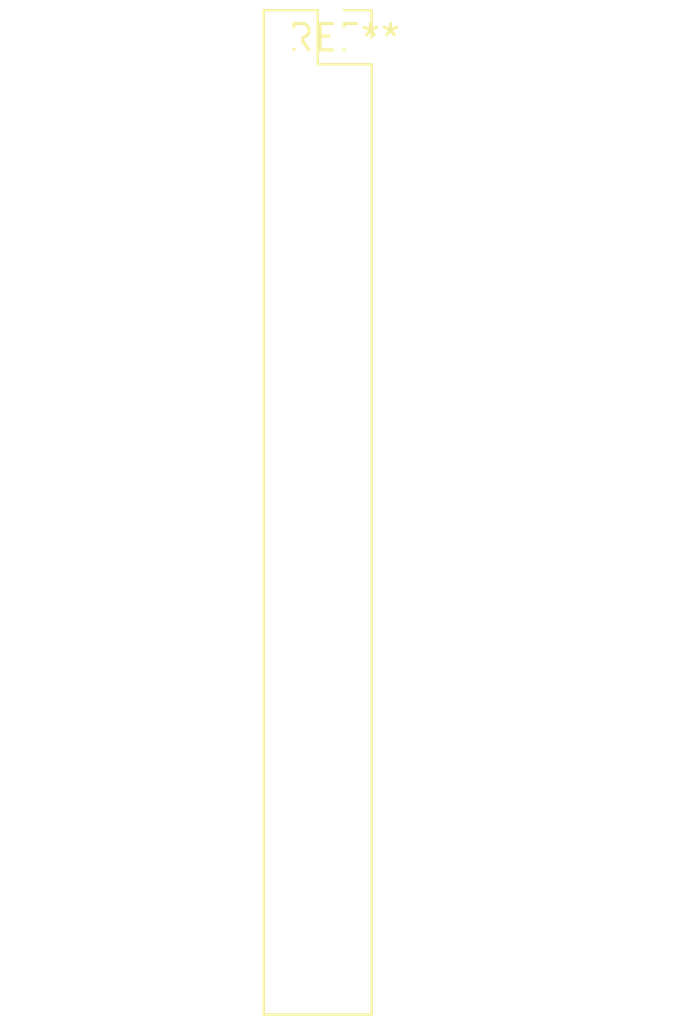
<source format=kicad_pcb>
(kicad_pcb (version 20240108) (generator pcbnew)
  (layers (0 "F.Cu" signal) (31 "B.Cu" signal) (34 "B.Paste" user) (35 "F.Paste" user) (36 "B.SilkS" user "B.Silkscreen") (37 "F.SilkS" user "F.Silkscreen") (38 "B.Mask" user) (39 "F.Mask" user) (44 "Edge.Cuts" user))
  (net 0 "")
  (footprint "PinSocket_2x19_P2.54mm_Vertical" (layer "F.Cu") (at 0 0)
    (property "Reference" "REF**")
    (property "Value" "PinSocket_2x19_P2.54mm_Vertical")
    (fp_line (start -3.87 -1.33) (end -3.87 47.05) (layer "F.SilkS") (stroke (width 0.12)))
    (fp_line (start -3.87 -1.33) (end -1.27 -1.33) (layer "F.SilkS") (stroke (width 0.12)))
    (fp_line (start -3.87 47.05) (end 1.33 47.05) (layer "F.SilkS") (stroke (width 0.12)))
    (fp_line (start -1.27 -1.33) (end -1.27 1.27) (layer "F.SilkS") (stroke (width 0.12)))
    (fp_line (start -1.27 1.27) (end 1.33 1.27) (layer "F.SilkS") (stroke (width 0.12)))
    (fp_line (start 0 -1.33) (end 1.33 -1.33) (layer "F.SilkS") (stroke (width 0.12)))
    (fp_line (start 1.33 -1.33) (end 1.33 0) (layer "F.SilkS") (stroke (width 0.12)))
    (fp_line (start 1.33 1.27) (end 1.33 47.05) (layer "F.SilkS") (stroke (width 0.12)))
    (pad "1" thru_hole rect (at 0 0) (size 1.7 1.7) (drill 1) (layers *.Cu *.Mask) (remove_unused_layers))
    (pad "2" thru_hole oval (at -2.54 0) (size 1.7 1.7) (drill 1) (layers *.Cu *.Mask) (remove_unused_layers))
    (pad "3" thru_hole oval (at 0 2.54) (size 1.7 1.7) (drill 1) (layers *.Cu *.Mask) (remove_unused_layers))
    (pad "4" thru_hole oval (at -2.54 2.54) (size 1.7 1.7) (drill 1) (layers *.Cu *.Mask) (remove_unused_layers))
    (pad "5" thru_hole oval (at 0 5.08) (size 1.7 1.7) (drill 1) (layers *.Cu *.Mask) (remove_unused_layers))
    (pad "6" thru_hole oval (at -2.54 5.08) (size 1.7 1.7) (drill 1) (layers *.Cu *.Mask) (remove_unused_layers))
    (pad "7" thru_hole oval (at 0 7.62) (size 1.7 1.7) (drill 1) (layers *.Cu *.Mask) (remove_unused_layers))
    (pad "8" thru_hole oval (at -2.54 7.62) (size 1.7 1.7) (drill 1) (layers *.Cu *.Mask) (remove_unused_layers))
    (pad "9" thru_hole oval (at 0 10.16) (size 1.7 1.7) (drill 1) (layers *.Cu *.Mask) (remove_unused_layers))
    (pad "10" thru_hole oval (at -2.54 10.16) (size 1.7 1.7) (drill 1) (layers *.Cu *.Mask) (remove_unused_layers))
    (pad "11" thru_hole oval (at 0 12.7) (size 1.7 1.7) (drill 1) (layers *.Cu *.Mask) (remove_unused_layers))
    (pad "12" thru_hole oval (at -2.54 12.7) (size 1.7 1.7) (drill 1) (layers *.Cu *.Mask) (remove_unused_layers))
    (pad "13" thru_hole oval (at 0 15.24) (size 1.7 1.7) (drill 1) (layers *.Cu *.Mask) (remove_unused_layers))
    (pad "14" thru_hole oval (at -2.54 15.24) (size 1.7 1.7) (drill 1) (layers *.Cu *.Mask) (remove_unused_layers))
    (pad "15" thru_hole oval (at 0 17.78) (size 1.7 1.7) (drill 1) (layers *.Cu *.Mask) (remove_unused_layers))
    (pad "16" thru_hole oval (at -2.54 17.78) (size 1.7 1.7) (drill 1) (layers *.Cu *.Mask) (remove_unused_layers))
    (pad "17" thru_hole oval (at 0 20.32) (size 1.7 1.7) (drill 1) (layers *.Cu *.Mask) (remove_unused_layers))
    (pad "18" thru_hole oval (at -2.54 20.32) (size 1.7 1.7) (drill 1) (layers *.Cu *.Mask) (remove_unused_layers))
    (pad "19" thru_hole oval (at 0 22.86) (size 1.7 1.7) (drill 1) (layers *.Cu *.Mask) (remove_unused_layers))
    (pad "20" thru_hole oval (at -2.54 22.86) (size 1.7 1.7) (drill 1) (layers *.Cu *.Mask) (remove_unused_layers))
    (pad "21" thru_hole oval (at 0 25.4) (size 1.7 1.7) (drill 1) (layers *.Cu *.Mask) (remove_unused_layers))
    (pad "22" thru_hole oval (at -2.54 25.4) (size 1.7 1.7) (drill 1) (layers *.Cu *.Mask) (remove_unused_layers))
    (pad "23" thru_hole oval (at 0 27.94) (size 1.7 1.7) (drill 1) (layers *.Cu *.Mask) (remove_unused_layers))
    (pad "24" thru_hole oval (at -2.54 27.94) (size 1.7 1.7) (drill 1) (layers *.Cu *.Mask) (remove_unused_layers))
    (pad "25" thru_hole oval (at 0 30.48) (size 1.7 1.7) (drill 1) (layers *.Cu *.Mask) (remove_unused_layers))
    (pad "26" thru_hole oval (at -2.54 30.48) (size 1.7 1.7) (drill 1) (layers *.Cu *.Mask) (remove_unused_layers))
    (pad "27" thru_hole oval (at 0 33.02) (size 1.7 1.7) (drill 1) (layers *.Cu *.Mask) (remove_unused_layers))
    (pad "28" thru_hole oval (at -2.54 33.02) (size 1.7 1.7) (drill 1) (layers *.Cu *.Mask) (remove_unused_layers))
    (pad "29" thru_hole oval (at 0 35.56) (size 1.7 1.7) (drill 1) (layers *.Cu *.Mask) (remove_unused_layers))
    (pad "30" thru_hole oval (at -2.54 35.56) (size 1.7 1.7) (drill 1) (layers *.Cu *.Mask) (remove_unused_layers))
    (pad "31" thru_hole oval (at 0 38.1) (size 1.7 1.7) (drill 1) (layers *.Cu *.Mask) (remove_unused_layers))
    (pad "32" thru_hole oval (at -2.54 38.1) (size 1.7 1.7) (drill 1) (layers *.Cu *.Mask) (remove_unused_layers))
    (pad "33" thru_hole oval (at 0 40.64) (size 1.7 1.7) (drill 1) (layers *.Cu *.Mask) (remove_unused_layers))
    (pad "34" thru_hole oval (at -2.54 40.64) (size 1.7 1.7) (drill 1) (layers *.Cu *.Mask) (remove_unused_layers))
    (pad "35" thru_hole oval (at 0 43.18) (size 1.7 1.7) (drill 1) (layers *.Cu *.Mask) (remove_unused_layers))
    (pad "36" thru_hole oval (at -2.54 43.18) (size 1.7 1.7) (drill 1) (layers *.Cu *.Mask) (remove_unused_layers))
    (pad "37" thru_hole oval (at 0 45.72) (size 1.7 1.7) (drill 1) (layers *.Cu *.Mask) (remove_unused_layers))
    (pad "38" thru_hole oval (at -2.54 45.72) (size 1.7 1.7) (drill 1) (layers *.Cu *.Mask) (remove_unused_layers))
  )
)
</source>
